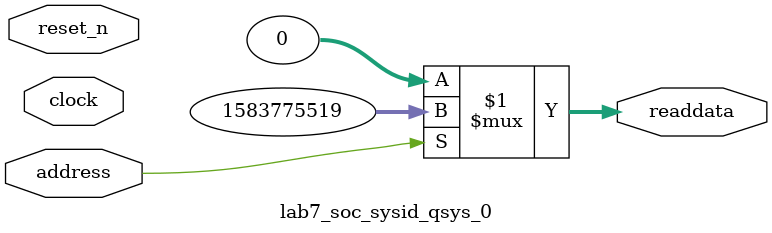
<source format=v>



// synthesis translate_off
`timescale 1ns / 1ps
// synthesis translate_on

// turn off superfluous verilog processor warnings 
// altera message_level Level1 
// altera message_off 10034 10035 10036 10037 10230 10240 10030 

module lab7_soc_sysid_qsys_0 (
               // inputs:
                address,
                clock,
                reset_n,

               // outputs:
                readdata
             )
;

  output  [ 31: 0] readdata;
  input            address;
  input            clock;
  input            reset_n;

  wire    [ 31: 0] readdata;
  //control_slave, which is an e_avalon_slave
  assign readdata = address ? 1583775519 : 0;

endmodule



</source>
